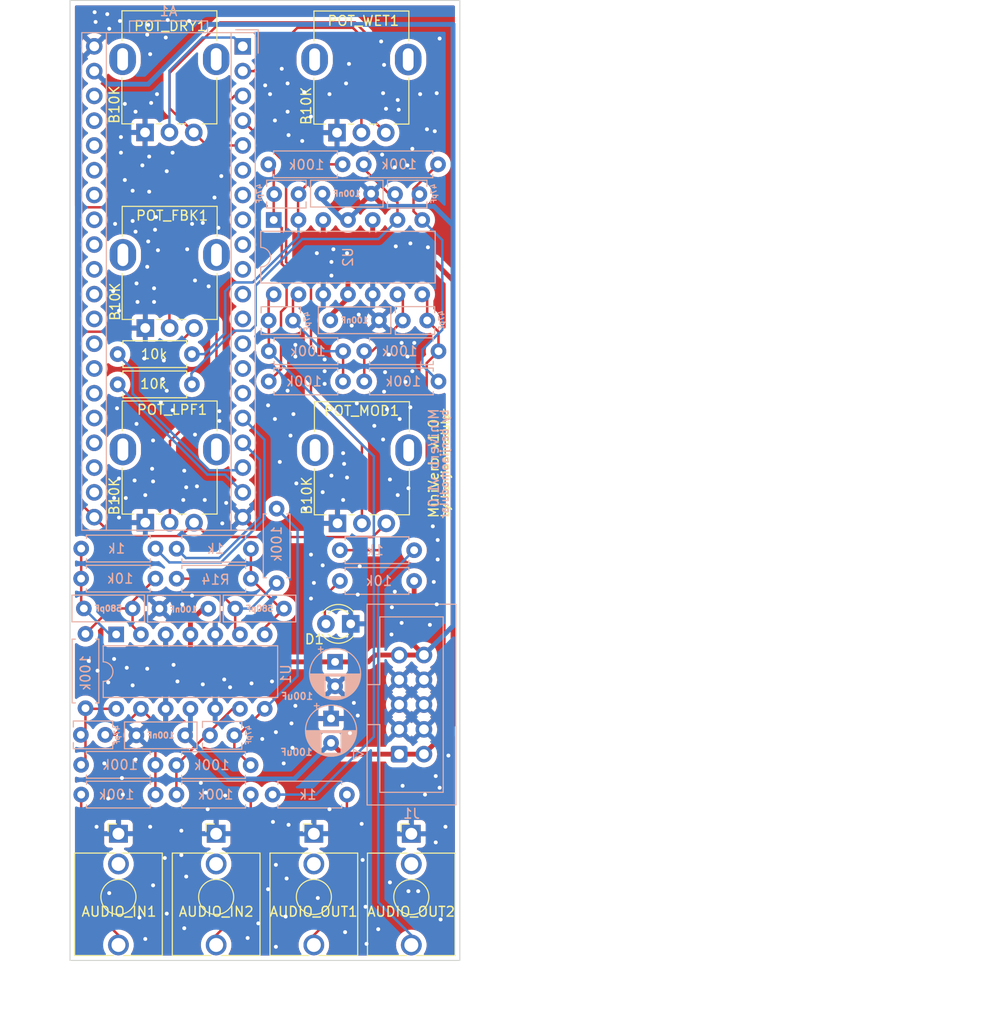
<source format=kicad_pcb>
(kicad_pcb (version 20211014) (generator pcbnew)
  (layers (0 "F.Cu" signal) (31 "B.Cu" signal) (34 "B.Paste" user) (35 "F.Paste" user) (36 "B.SilkS" user "B.Silkscreen") (37 "F.SilkS" user "F.Silkscreen") (38 "B.Mask" user) (39 "F.Mask" user) (44 "Edge.Cuts" user))
  (net 0 "")
  (net 1 "GND")
  (net 3 "Net-(AUDIO_IN1-PadT)")
  (net 5 "Net-(AUDIO_IN2-PadT)")
  (net 7 "Net-(AUDIO_OUT1-PadT)")
  (net 9 "Net-(AUDIO_OUT2-PadT)")
  (net 10 "Net-(C1-Pad2)")
  (net 11 "Net-(C1-Pad1)")
  (net 12 "Net-(C2-Pad2)")
  (net 13 "Net-(C2-Pad1)")
  (net 14 "Net-(C3-Pad1)")
  (net 15 "Net-(C4-Pad2)")
  (net 16 "Net-(C4-Pad1)")
  (net 17 "Net-(C5-Pad2)")
  (net 18 "Net-(C5-Pad1)")
  (net 19 "Net-(C6-Pad1)")
  (net 20 "Net-(C7-Pad2)")
  (net 21 "Net-(C7-Pad1)")
  (net 22 "Net-(C8-Pad1)")
  (net 23 "+12V")
  (net 24 "-12V")
  (net 25 "INT_AUDIO_OUT1")
  (net 26 "INT_AUDIO_IN1")
  (net 27 "INT_AUDIO_IN2")
  (net 28 "INT_AUDIO_OUT2")
  (net 29 "Net-(D1-Pad2)")
  (net 30 "3V3_A")
  (net 31 "DRY")
  (net 32 "FEEDBACK")
  (net 33 "LPF")
  (net 34 "MOD")
  (net 35 "WET")
  (net 36 "3V3_D")
  (net 63 "Net-(C3-Pad2)")
  (net 64 "Net-(C6-Pad2)")
  (net 65 "Net-(C8-Pad2)")
  (footprint "benjiaomodular:AudioJack_3.5mm" (layer "F.Cu") (at 99.995 135.414)
    (fp_text reference "AUDIO_OUT1")
    (fp_text value "MONO_JACK" hide)
  )
  (footprint "benjiaomodular:Potentiometer_RV09" (layer "F.Cu") (at 82.7 83.575 90)
    (fp_text reference "POT_FBK1")
    (fp_text value "B10K")
  )
  (footprint "benjiaomodular:Potentiometer_RV09" (layer "F.Cu") (at 82.675 63.525 90)
    (fp_text reference "POT_DRY1")
    (fp_text value "B10K")
  )
  (footprint "benjiaomodular:Resistor_L6.3mm_D2.5mm_P7.62mm_Horizontal" (layer "F.Cu") (at 87.485 86.25 180)
    (fp_text reference "R1")
    (fp_text value "10k")
  )
  (footprint "benjiaomodular:AudioJack_3.5mm" (layer "F.Cu") (at 89.971 135.414)
    (fp_text reference "AUDIO_IN2")
    (fp_text value "MONO_JACK" hide)
  )
  (footprint "benjiaomodular:AudioJack_3.5mm" (layer "F.Cu") (at 79.945 135.414)
    (fp_text reference "AUDIO_IN1")
    (fp_text value "MONO_JACK" hide)
  )
  (footprint "benjiaomodular:Potentiometer_RV09" (layer "F.Cu") (at 102.375 63.55 90)
    (fp_text reference "POT_WET1")
    (fp_text value "B10K")
  )
  (footprint "benjiaomodular:Potentiometer_RV09" (layer "F.Cu") (at 82.7 103.525 90)
    (fp_text reference "POT_LPF1")
    (fp_text value "B10K")
  )
  (footprint "benjiaomodular:AudioJack_3.5mm" (layer "F.Cu") (at 109.995 135.42)
    (fp_text reference "AUDIO_OUT2")
    (fp_text value "MONO_JACK" hide)
  )
  (footprint "benjiaomodular:Potentiometer_RV09" (layer "F.Cu") (at 102.425 103.596088 90)
    (fp_text reference "POT_MOD1")
    (fp_text value "B10K")
  )
  (footprint "benjiaomodular:Resistor_L6.3mm_D2.5mm_P7.62mm_Horizontal" (layer "F.Cu") (at 87.485 89.35 180)
    (fp_text reference "R16")
    (fp_text value "10k")
  )
  (footprint "LED_THT:LED_D3.0mm" (layer "F.Cu") (at 103.775 113.9 180)
    (fp_text reference "D1")
    (fp_text value "3mm_LED")
  )
  (footprint "benjiaomodular:Resistor_L6.3mm_D2.5mm_P7.62mm_Horizontal" (layer "B.Cu") (at 95.325 66.795)
    (fp_text reference "R3")
    (fp_text value "100k")
  )
  (footprint "benjiaomodular:Capacitor_Rect_L7.2mm_W2.5mm_P5.00mm" (layer "B.Cu") (at 76.395 112.32)
    (fp_text reference "C3")
    (fp_text value "580pF")
  )
  (footprint "benjiaomodular:Resistor_L6.3mm_D2.5mm_P7.62mm_Horizontal" (layer "B.Cu") (at 93.535 109.27 180)
    (fp_text reference "R14")
    (fp_text value "10k")
  )
  (footprint "Package_DIP:DIP-14_W7.62mm" (layer "B.Cu") (at 79.711088 114.984903 -90)
    (fp_text reference "U1")
    (fp_text value "TL074")
  )
  (footprint "benjiaomodular:Capacitor_Rect_L7.2mm_W2.5mm_P5.00mm" (layer "B.Cu") (at 106.675 82.78 180)
    (fp_text reference "C14")
    (fp_text value "100nF")
  )
  (footprint "benjiaomodular:Resistor_L6.3mm_D2.5mm_P7.62mm_Horizontal" (layer "B.Cu") (at 102.985 89.05 180)
    (fp_text reference "R6")
    (fp_text value "100k")
  )
  (footprint "benjiaomodular:Capacitor_Disc_D3.8mm_W2.6mm_P2.50mm" (layer "B.Cu") (at 91.836088 125.324903 180)
    (fp_text reference "C5")
    (fp_text value "47pF")
  )
  (footprint "benjiaomodular:Resistor_L6.3mm_D2.5mm_P7.62mm_Horizontal" (layer "B.Cu") (at 76.561088 114.924903 -90)
    (fp_text reference "R5")
    (fp_text value "100k")
  )
  (footprint "benjiaomodular:Resistor_L6.3mm_D2.5mm_P7.62mm_Horizontal" (layer "B.Cu") (at 93.511088 128.374903 180)
    (fp_text reference "R12")
    (fp_text value "100k")
  )
  (footprint "benjiaomodular:Resistor_L6.3mm_D2.5mm_P7.62mm_Horizontal" (layer "B.Cu") (at 95.375 85.95)
    (fp_text reference "R8")
    (fp_text value "100k")
  )
  (footprint "benjiaomodular:Capacitor_Disc_D3.8mm_W2.6mm_P2.50mm" (layer "B.Cu") (at 111.625 82.8 180)
    (fp_text reference "C8")
    (fp_text value "47pF")
  )
  (footprint "benjiaomodular:Resistor_L6.3mm_D2.5mm_P7.62mm_Horizontal" (layer "B.Cu") (at 83.745 106.18 180)
    (fp_text reference "R10")
    (fp_text value "1k")
  )
  (footprint "benjiaomodular:Capacitor_Disc_D3.8mm_W2.6mm_P2.50mm" (layer "B.Cu") (at 76.086088 125.274903)
    (fp_text reference "C2")
    (fp_text value "47pF")
  )
  (footprint "benjiaomodular:Resistor_L6.3mm_D2.5mm_P7.62mm_Horizontal" (layer "B.Cu") (at 96.175 109.71 90)
    (fp_text reference "R13")
    (fp_text value "100k")
  )
  (footprint "benjiaomodular:Resistor_L6.3mm_D2.5mm_P7.62mm_Horizontal" (layer "B.Cu") (at 85.915 106.2)
    (fp_text reference "R15")
    (fp_text value "1k")
  )
  (footprint "benjiaomodular:Resistor_L6.3mm_D2.5mm_P7.62mm_Horizontal" (layer "B.Cu") (at 76.116088 128.349903)
    (fp_text reference "R4")
    (fp_text value "100k")
  )
  (footprint "benjiaomodular:Resistor_L6.3mm_D2.5mm_P7.62mm_Horizontal" (layer "B.Cu") (at 76.115 109.26)
    (fp_text reference "R7")
    (fp_text value "10k")
  )
  (footprint "benjiaomodular:Resistor_L6.3mm_D2.5mm_P7.62mm_Horizontal" (layer "B.Cu") (at 103.385 131.4 180)
    (fp_text reference "R9")
    (fp_text value "1k")
  )
  (footprint "benjiaomodular:Capacitor_Radial_D5.0mm_P2.5mm" (layer "B.Cu") (at 102.175 117.794888 -90)
    (fp_text reference "C9")
    (fp_text value "100uF")
  )
  (footprint "benjiaomodular:Resistor_L6.3mm_D2.5mm_P7.62mm_Horizontal" (layer "B.Cu") (at 102.665 109.5)
    (fp_text reference "R21")
    (fp_text value "10k")
  )
  (footprint "benjiaomodular:Resistor_L6.3mm_D2.5mm_P7.62mm_Horizontal" (layer "B.Cu") (at 112.785 85.95 180)
    (fp_text reference "R19")
    (fp_text value "100k")
  )
  (footprint "benjiaomodular:Capacitor_Rect_L7.2mm_W2.5mm_P5.00mm" (layer "B.Cu") (at 96.925 112.33 180)
    (fp_text reference "C6")
    (fp_text value "580pF")
  )
  (footprint "benjiaomodular:Resistor_L6.3mm_D2.5mm_P7.62mm_Horizontal" (layer "B.Cu") (at 112.735 66.795 180)
    (fp_text reference "R17")
    (fp_text value "100k")
  )
  (footprint "benjiaomodular:Resistor_L6.3mm_D2.5mm_P7.62mm_Horizontal" (layer "B.Cu") (at 85.901088 131.399903)
    (fp_text reference "R11")
    (fp_text value "100k")
  )
  (footprint "benjiaomodular:Resistor_L6.3mm_D2.5mm_P7.62mm_Horizontal" (layer "B.Cu") (at 110.285 106.35 180)
    (fp_text reference "R20")
    (fp_text value "1k")
  )
  (footprint "benjiaomodular:Capacitor_Radial_D5.0mm_P2.5mm" (layer "B.Cu") (at 101.759 123.6 -90)
    (fp_text reference "C10")
    (fp_text value "100uF")
  )
  (footprint "benjiaomodular:Capacitor_Rect_L7.2mm_W2.5mm_P5.00mm" (layer "B.Cu") (at 100.875 69.8)
    (fp_text reference "C13")
    (fp_text value "100nF")
  )
  (footprint "Package_DIP:DIP-14_W7.62mm" (layer "B.Cu") (at 95.875 72.5 -90)
    (fp_text reference "U2")
    (fp_text value "TL074")
  )
  (footprint "Connector_IDC:IDC-Header_2x05_P2.54mm_Vertical" (layer "B.Cu") (at 108.7475 127.255)
    (fp_text reference "J1")
    (fp_text value "IDC_2x05")
  )
  (footprint "benjiaomodular:Capacitor_Rect_L7.2mm_W2.5mm_P5.00mm" (layer "B.Cu") (at 89.155 112.34 180)
    (fp_text reference "C11")
    (fp_text value "100nF")
  )
  (footprint "benjiaomodular:Capacitor_Disc_D3.8mm_W2.6mm_P2.50mm" (layer "B.Cu") (at 95.355 82.81)
    (fp_text reference "C4")
    (fp_text value "47pF")
  )
  (footprint "benjiaomodular:Capacitor_Rect_L7.2mm_W2.5mm_P5.00mm" (layer "B.Cu") (at 81.786088 125.324903)
    (fp_text reference "C12")
    (fp_text value "100nF")
  )
  (footprint "benjiaomodular:Capacitor_Disc_D3.8mm_W2.6mm_P2.50mm" (layer "B.Cu") (at 110.825 69.85 180)
    (fp_text reference "C7")
    (fp_text value "47pF")
  )
  (footprint "daisy-seed:Device_Audio_Electrosmith_Daisy_Seed" (layer "B.Cu") (at 92.7025 54.7 180)
    (fp_text reference "A1")
    (fp_text value "Device_Audio_Electrosmith_Daisy_Seed_Rev4")
  )
  (footprint "benjiaomodular:Resistor_L6.3mm_D2.5mm_P7.62mm_Horizontal" (layer "B.Cu") (at 105.165 89.05)
    (fp_text reference "R18")
    (fp_text value "100k")
  )
  (footprint "benjiaomodular:Resistor_L6.3mm_D2.5mm_P7.62mm_Horizontal" (layer "B.Cu") (at 83.746088 131.399903 180)
    (fp_text reference "R2")
    (fp_text value "100k")
  )
  (footprint "benjiaomodular:Capacitor_Disc_D3.8mm_W2.6mm_P2.50mm" (layer "B.Cu") (at 95.925 69.85)
    (fp_text reference "C1")
    (fp_text value "47pF")
  )
  (gr_line (start 74.975 148.4) (end 114.975 148.4) (layer "Edge.Cuts") (width 0.1))
  (gr_line (start 74.975 50) (end 74.975 148.4) (layer "Edge.Cuts") (width 0.1))
  (gr_line (start 114.975 148.4) (end 114.975 50) (layer "Edge.Cuts") (width 0.1))
  (gr_line (start 114.975 50) (end 74.975 50) (layer "Edge.Cuts") (width 0.1))
  (gr_text "MiniVerb v1.0" (at 112.3 96.9 90) (layer "B.SilkS") (effects (font (size 1 1)) (justify mirror)))
  (gr_text "by benjiaomodular" (at 113.4 97.5 -270) (layer "B.SilkS") (effects (font (size 0.8 0.8)) (justify mirror)))
  (gr_text "MiniVerb v1.0" (at 112.29 97.97 90) (layer "F.SilkS") (effects (font (size 1 1))))
  (gr_text "by benjiaomodular" (at 113.49 97.41 90) (layer "F.SilkS") (effects (font (size 0.8 0.8))))
  (via (at 78.8 51.4) (size 0.8) (drill 0.4) (layers "F.Cu" "B.Cu") (net 1))
  (via (at 83.1 69.6) (size 0.8) (drill 0.4) (layers "F.Cu" "B.Cu") (net 1))
  (via (at 95.7 119.8) (size 0.8) (drill 0.4) (layers "F.Cu" "B.Cu") (net 1))
  (via (at 112.6 59.5) (size 0.8) (drill 0.4) (layers "F.Cu" "B.Cu") (net 1))
  (via (at 108.7 61.2) (size 0.8) (drill 0.4) (layers "F.Cu" "B.Cu") (net 1))
  (via (at 104.7 108) (size 0.8) (drill 0.4) (layers "F.Cu" "B.Cu") (net 1))
  (via (at 87.2 52.1) (size 0.8) (drill 0.4) (layers "F.Cu" "B.Cu") (net 1))
  (via (at 109.9 91.7) (size 0.8) (drill 0.4) (layers "F.Cu" "B.Cu") (net 1))
  (via (at 89.1 132.9) (size 0.8) (drill 0.4) (layers "F.Cu" "B.Cu") (net 1))
  (via (at 83.2 55.5) (size 0.8) (drill 0.4) (layers "F.Cu" "B.Cu") (net 1))
  (via (at 84.5 88.8) (size 0.8) (drill 0.4) (layers "F.Cu" "B.Cu") (net 1))
  (via (at 113.5 134.7) (size 0.8) (drill 0.4) (layers "F.Cu" "B.Cu") (net 1))
  (via (at 86.7 145.1) (size 0.8) (drill 0.4) (layers "F.Cu" "B.Cu") (net 1))
  (via (at 86.9 139.8) (size 0.8) (drill 0.4) (layers "F.Cu" "B.Cu") (net 1))
  (via (at 86.4 137.6) (size 0.8) (drill 0.4) (layers "F.Cu" "B.Cu") (net 1))
  (via (at 81.7 61.4) (size 0.8) (drill 0.4) (layers "F.Cu" "B.Cu") (net 1))
  (via (at 82.9 118.5) (size 0.8) (drill 0.4) (layers "F.Cu" "B.Cu") (net 1))
  (via (at 109.4 89.1) (size 0.8) (drill 0.4) (layers "F.Cu" "B.Cu") (net 1))
  (via (at 82.9 53.5) (size 0.8) (drill 0.4) (layers "F.Cu" "B.Cu") (net 1))
  (via (at 104.9 134.4) (size 0.8) (drill 0.4) (layers "F.Cu" "B.Cu") (net 1))
  (via (at 97.3 90) (size 0.8) (drill 0.4) (layers "F.Cu" "B.Cu") (net 1))
  (via (at 96.5 97.3) (size 0.8) (drill 0.4) (layers "F.Cu" "B.Cu") (net 1))
  (via (at 111.6 63.2) (size 0.8) (drill 0.4) (layers "F.Cu" "B.Cu") (net 1))
  (via (at 112.6 111.9) (size 0.8) (drill 0.4) (layers "F.Cu" "B.Cu") (net 1))
  (via (at 99.7 106.8) (size 0.8) (drill 0.4) (layers "F.Cu" "B.Cu") (net 1))
  (via (at 108.6 100.7) (size 0.8) (drill 0.4) (layers "F.Cu" "B.Cu") (net 1))
  (via (at 97.4 134.5) (size 0.8) (drill 0.4) (layers "F.Cu" "B.Cu") (net 1))
  (via (at 108.3 67.1) (size 0.8) (drill 0.4) (layers "F.Cu" "B.Cu") (net 1))
  (via (at 83.5 140.7) (size 0.8) (drill 0.4) (layers "F.Cu" "B.Cu") (net 1))
  (via (at 93.6 120) (size 0.8) (drill 0.4) (layers "F.Cu" "B.Cu") (net 1))
  (via (at 97.3 61.4) (size 0.8) (drill 0.4) (layers "F.Cu" "B.Cu") (net 1))
  (via (at 107.4 61.1) (size 0.8) (drill 0.4) (layers "F.Cu" "B.Cu") (net 1))
  (via (at 110.9 59.6) (size 0.8) (drill 0.4) (layers "F.Cu" "B.Cu") (net 1))
  (via (at 86.5 111.9) (size 0.8) (drill 0.4) (layers "F.Cu" "B.Cu") (net 1))
  (via (at 89.2 79.3) (size 0.8) (drill 0.4) (layers "F.Cu" "B.Cu") (net 1))
  (via (at 86.9 99.9) (size 0.8) (drill 0.4) (layers "F.Cu" "B.Cu") (net 1))
  (via (at 81.8 79) (size 0.8) (drill 0.4) (layers "F.Cu" "B.Cu") (net 1))
  (via (at 77.7 134.7) (size 0.8) (drill 0.4) (layers "F.Cu" "B.Cu") (net 1))
  (via (at 83.9 59.6) (size 0.8) (drill 0.4) (layers "F.Cu" "B.Cu") (net 1))
  (via (at 87 75.5) (size 0.8) (drill 0.4) (layers "F.Cu" "B.Cu") (net 1))
  (via (at 79.8 91.8) (size 0.8) (drill 0.4) (layers "F.Cu" "B.Cu") (net 1))
  (via (at 110.7 141.3) (size 0.8) (drill 0.4) (layers "F.Cu" "B.Cu") (net 1))
  (via (at 95.5 59.6) (size 0.8) (drill 0.4) (layers "F.Cu" "B.Cu") (net 1))
  (via (at 80.2 64) (size 0.8) (drill 0.4) (layers "F.Cu" "B.Cu") (net 1))
  (via (at 100.3 75.9) (size 0.8) (drill 0.4) (layers "F.Cu" "B.Cu") (net 1))
  (via (at 101.1 88) (size 0.8) (drill 0.4) (layers "F.Cu" "B.Cu") (net 1))
  (via (at 96.9 128.2) (size 0.8) (drill 0.4) (layers "F.Cu" "B.Cu") (net 1))
  (via (at 109 85.1) (size 0.8) (drill 0.4) (layers "F.Cu" "B.Cu") (net 1))
  (via (at 109.6 86.5) (size 0.8) (drill 0.4) (layers "F.Cu" "B.Cu") (net 1))
  (via (at 84 75.6) (size 0.8) (drill 0.4) (layers "F.Cu" "B.Cu") (net 1))
  (via (at 83.5 99.3) (size 0.8) (drill 0.4) (layers "F.Cu" "B.Cu") (net 1))
  (via (at 79 141.5) (size 0.8) (drill 0.4) (layers "F.Cu" "B.Cu") (net 1))
  (via (at 86.6 101.2) (size 0.8) (drill 0.4) (layers "F.Cu" "B.Cu") (net 1))
  (via (at 82.1 144) (size 0.8) (drill 0.4) (layers "F.Cu" "B.Cu") (net 1))
  (via (at 111.9 114) (size 0.8) (drill 0.4) (layers "F.Cu" "B.Cu") (net 1))
  (via (at 94.3 144.6) (size 0.8) (drill 0.4) (layers "F.Cu" "B.Cu") (net 1))
  (via (at 88.9 131.2) (size 0.8) (drill 0.4) (layers "F.Cu" "B.Cu") (net 1))
  (via (at 106.2 93.6) (size 0.8) (drill 0.4) (layers "F.Cu" "B.Cu") (net 1))
  (via (at 82.4 66.9) (size 0.8) (drill 0.4) (layers "F.Cu" "B.Cu") (net 1))
  (via (at 80 103) (size 0.8) (drill 0.4) (layers "F.Cu" "B.Cu") (net 1))
  (via (at 89.8 70.2) (size 0.8) (drill 0.4) (layers "F.Cu" "B.Cu") (net 1))
  (via (at 97.6 94.6) (size 0.8) (drill 0.4) (layers "F.Cu" "B.Cu") (net 1))
  (via (at 86.7 98.2) (size 0.8) (drill 0.4) (layers "F.Cu" "B.Cu") (net 1))
  (via (at 85.5 92) (size 0.8) (drill 0.4) (layers "F.Cu" "B.Cu") (net 1))
  (via (at 98.1 86.5) (size 0.8) (drill 0.4) (layers "F.Cu" "B.Cu") (net 1))
  (via (at 90.8 119.6) (size 0.8) (drill 0.4) (layers "F.Cu" "B.Cu") (net 1))
  (via (at 112.5 136.3) (size 0.8) (drill 0.4) (layers "F.Cu" "B.Cu") (net 1))
  (via (at 91 101.5) (size 0.8) (drill 0.4) (layers "F.Cu" "B.Cu") (net 1))
  (via (at 111.7 75.3) (size 0.8) (drill 0.4) (layers "F.Cu" "B.Cu") (net 1))
  (via (at 110.1 65.2) (size 0.8) (drill 0.4) (layers "F.Cu" "B.Cu") (net 1))
  (via (at 112.7 107.3) (size 0.8) (drill 0.4) (layers "F.Cu" "B.Cu") (net 1))
  (via (at 101.8 78.2) (size 0.8) (drill 0.4) (layers "F.Cu" "B.Cu") (net 1))
  (via (at 84.9 143.6) (size 0.8) (drill 0.4) (layers "F.Cu" "B.Cu") (net 1))
  (via (at 101.6 132.9) (size 0.8) (drill 0.4) (layers "F.Cu" "B.Cu") (net 1))
  (via (at 107.7 86.3) (size 0.8) (drill 0.4) (layers "F.Cu" "B.Cu") (net 1))
  (via (at 112.3 109.6) (size 0.8) (drill 0.4) (layers "F.Cu" "B.Cu") (net 1))
  (via (at 106.9 54.2) (size 0.8) (drill 0.4) (layers "F.Cu" "B.Cu") (net 1))
  (via (at 105 138.1) (size 0.8) (drill 0.4) (layers "F.Cu" "B.Cu") (net 1))
  (via (at 95 58.7) (size 0.8) (drill 0.4) (layers "F.Cu" "B.Cu") (net 1))
  (via (at 90.5 68) (size 0.8) (drill 0.4) (layers "F.Cu" "B.Cu") (net 1))
  (via (at 95.8 134.2) (size 0.8) (drill 0.4) (layers "F.Cu" "B.Cu") (net 1))
  (via (at 80 81.8) (size 0.8) (drill 0.4) (layers "F.Cu" "B.Cu") (net 1))
  (via (at 80 99) (size 0.8) (drill 0.4) (layers "F.Cu" "B.Cu") (net 1))
  (via (at 81.7 127.8) (size 0.8) (drill 0.4) (layers "F.Cu" "B.Cu") (net 1))
  (via (at 81.4 72.6) (size 0.8) (drill 0.4) (layers "F.Cu" "B.Cu") (net 1))
  (via (at 81.7 73.7) (size 0.8) (drill 0.4) (layers "F.Cu" "B.Cu") (net 1))
  (via (at 80.7 101) (size 0.8) (drill 0.4) (layers "F.Cu" "B.Cu") (net 1))
  (via (at 99 59.4) (size 0.8) (drill 0.4) (layers "F.Cu" "B.Cu") (net 1))
  (via (at 97.4 63.8) (size 0.8) (drill 0.4) (layers "F.Cu" "B.Cu") (net 1))
  (via (at 112.5 129.5) (size 0.8) (drill 0.4) (layers "F.Cu" "B.Cu") (net 1))
  (via (at 107.2 56.6) (size 0.8) (drill 0.4) (layers "F.Cu" "B.Cu") (net 1))
  (via (at 97.2 140) (size 0.8) (drill 0.4) (layers "F.Cu" "B.Cu") (net 1))
  (via (at 113 144.2) (size 0.8) (drill 0.4) (layers "F.Cu" "B.Cu") (net 1))
  (via (at 108.6 60.2) (size 0.8) (drill 0.4) (layers "F.Cu" "B.Cu") (net 1))
  (via (at 85 52) (size 0.8) (drill 0.4) (layers "F.Cu" "B.Cu") (net 1))
  (via (at 82.6 86.7) (size 0.8) (drill 0.4) (layers "F.Cu" "B.Cu") (net 1))
  (via (at 86.4 135.1) (size 0.8) (drill 0.4) (layers "F.Cu" "B.Cu") (net 1))
  (via (at 107.3 88.1) (size 0.8) (drill 0.4) (layers "F.Cu" "B.Cu") (net 1))
  (via (at 78.5 128.2) (size 0.8) (drill 0.4) (layers "F.Cu" "B.Cu") (net 1))
  (via (at 83.8 72.2) (size 0.8) (drill 0.4) (layers "F.Cu" "B.Cu") (net 1))
  (via (at 80.1 52.1) (size 0.8) (drill 0.4) (layers "F.Cu" "B.Cu") (net 1))
  (via (at 105.4 146.7) (size 0.8) (drill 0.4) (layers "F.Cu" "B.Cu") (net 1))
  (via (at 88 99.8) (size 0.8) (drill 0.4) (layers "F.Cu" "B.Cu") (net 1))
  (via (at 107.1 59.5) (size 0.8) (drill 0.4) (layers "F.Cu" "B.Cu") (net 1))
  (via (at 80.6 68.4) (size 0.8) (drill 0.4) (layers "F.Cu" "B.Cu") (net 1))
  (via (at 105.3 142.9) (size 0.8) (drill 0.4) (layers "F.Cu" "B.Cu") (net 1))
  (via (at 103.4 75.9) (size 0.8) (drill 0.4) (layers "F.Cu" "B.Cu") (net 1))
  (via (at 80.4 131.4) (size 0.8) (drill 0.4) (layers "F.Cu" "B.Cu") (net 1))
  (via (at 77.8 118.7) (size 0.8) (drill 0.4) (layers "F.Cu" "B.Cu") (net 1))
  (via (at 83 74.7) (size 0.8) (drill 0.4) (layers "F.Cu" "B.Cu") (net 1))
  (via (at 85.5 65.6) (size 0.8) (drill 0.4) (layers "F.Cu" "B.Cu") (net 1))
  (via (at 107.960068 114.986771) (size 0.8) (drill 0.4) (layers "F.Cu" "B.Cu") (net 1))
  (via (at 101.1 86.8) (size 0.8) (drill 0.4) (layers "F.Cu" "B.Cu") (net 1))
  (via (at 112.4 63.4) (size 0.8) (drill 0.4) (layers "F.Cu" "B.Cu") (net 1))
  (via (at 96.1 125) (size 0.8) (drill 0.4) (layers "F.Cu" "B.Cu") (net 1))
  (via (at 103 101.2) (size 0.8) (drill 0.4) (layers "F.Cu" "B.Cu") (net 1))
  (via (at 87.5 72.9) (size 0.8) (drill 0.4) (layers "F.Cu" "B.Cu") (net 1))
  (via (at 88.4 130.2) (size 0.8) (drill 0.4) (layers "F.Cu" "B.Cu") (net 1))
  (via (at 104.5 110.9) (size 0.8) (drill 0.4) (layers "F.Cu" "B.Cu") (net 1))
  (via (at 109.6 66.9) (size 0.8) (drill 0.4) (layers "F.Cu" "B.Cu") (net 1))
  (via (at 88.6 72.8) (size 0.8) (drill 0.4) (layers "F.Cu" "B.Cu") (net 1))
  (via (at 107.2 90.1) (size 0.8) (drill 0.4) (layers "F.Cu" "B.Cu") (net 1))
  (via (at 99.7 61.9) (size 0.8) (drill 0.4) (layers "F.Cu" "B.Cu") (net 1))
  (via (at 79.4 79.8) (size 0.8) (drill 0.4) (layers "F.Cu" "B.Cu") (net 1))
  (via (at 96 92.9) (size 0.8) (drill 0.4) (layers "F.Cu" "B.Cu") (net 1))
  (via (at 96.1 147) (size 0.8) (drill 0.4) (layers "F.Cu" "B.Cu") (net 1))
  (via (at 98.8 64.4) (size 0.8) (drill 0.4) (layers "F.Cu" "B.Cu") (net 1))
  (via (at 80.3 129.7) (size 0.8) (drill 0.4) (layers "F.Cu" "B.Cu") (net 1))
  (via (at 77.5 51.2) (size 0.8) (drill 0.4) (layers "F.Cu" "B.Cu") (net 1))
  (via (at 77.6 52.2) (size 0.8) (drill 0.4) (layers "F.Cu" "B.Cu") (net 1))
  (via (at 95.3 91.5) (size 0.8) (drill 0.4) (layers "F.Cu" "B.Cu") (net 1))
  (via (at 78.9 131.8) (size 0.8) (drill 0.4) (layers "F.Cu" "B.Cu") (net 1))
  (via (at 86 119.8) (size 0.8) (drill 0.4) (layers "F.Cu" "B.Cu") (net 1))
  (via (at 107.8 99.1) (size 0.8) (drill 0.4) (layers "F.Cu" "B.Cu") (net 1))
  (via (at 100.9 100.4) (size 0.8) (drill 0.4) (layers "F.Cu" "B.Cu") (net 1))
  (via (at 79.5 117.5) (size 0.8) (drill 0.4) (layers "F.Cu" "B.Cu") (net 1))
  (via (at 97.1 143.9) (size 0.8) (drill 0.4) (layers "F.Cu" "B.Cu") (net 1))
  (via (at 96.7 57) (size 0.8) (drill 0.4) (layers "F.Cu" "B.Cu") (net 1))
  (via (at 97.8 126.6) (size 0.8) (drill 0.4) (layers "F.Cu" "B.Cu") (net 1))
  (via (at 82.9 77.3) (size 0.8) (drill 0.4) (layers "F.Cu" "B.Cu") (net 1))
  (via (at 109.1 130.5) (size 0.8) (drill 0.4) (layers "F.Cu" "B.Cu") (net 1))
  (via (at 88.8 101.2) (size 0.8) (drill 0.4) (layers "F.Cu" "B.Cu") (net 1))
  (via (at 81.4 120.2) (size 0.8) (drill 0.4) (layers "F.Cu" "B.Cu") (net 1))
  (via (at 84.7 137.9) (size 0.8) (drill 0.4) (layers "F.Cu" "B.Cu") (net 1))
  (via (at 81.4 69.5) (size 0.8) (drill 0.4) (layers "F.Cu" "B.Cu") (net 1))
  (via (at 101.1 89.3) (size 0.8) (drill 0.4) (layers "F.Cu" "B.Cu") (net 1))
  (via (at 108.8 92.9) (size 0.8) (drill 0.4) (layers "F.Cu" "B.Cu") (net 1))
  (via (at 84.6 86.9) (size 0.8) (drill 0.4) (layers "F.Cu" "B.Cu") (net 1))
  (via (at 90.6 103.6) (size 0.8) (drill 0.4) (layers "F.Cu" "B.Cu") (net 1))
  (via (at 100.9 107.9) (size 0.8) (drill 0.4) (layers "F.Cu" "B.Cu") (net 1))
  (via (at 76.9 117.7) (size 0.8) (drill 0.4) (layers "F.Cu" "B.Cu") (net 1))
  (via (at 101.8 76.8) (size 0.8) (drill 0.4) (layers "F.Cu" "B.Cu") (net 1))
  (via (at 103.7 125.1) (size 0.8) (drill 0.4) (layers "F.Cu" "B.Cu") (net 1))
  (via (at 83.3 60.5) (size 0.8) (drill 0.4) (layers "F.Cu" "B.Cu") (net 1))
  (via (at 108 112.2) (size 0.8) (drill 0.4) (layers "F.Cu" "B.Cu") (net 1))
  (via (at 110.3 85.1) (size 0.8) (drill 0.4) (layers "F.Cu" "B.Cu") (net 1))
  (via (at 97.7 124.1) (size 0.8) (drill 0.4) (layers "F.Cu" "B.Cu") (net 1))
  (via (at 112.2 103.9) (size 0.8) (drill 0.4) (layers "F.Cu" "B.Cu") (net 1))
  (via (at 100 109.7) (size 0.8) (drill 0.4) (layers "F.Cu" "B.Cu") (net 1))
  (via (at 90.2 73.3) (size 0.8) (drill 0.4) (layers "F.Cu" "B.Cu") (net 1))
  (via (at 83.2 134.7) (size 0.8) (drill 0.4) (layers "F.Cu" "B.Cu") (net 1))
  (via (at 108.4 75.2) (size 0.8) (drill 0.4) (layers "F.Cu" "B.Cu") (net 1))
  (via (at 82.7 146.2) (size 0.8) (drill 0.4) (layers "F.Cu" "B.Cu") (net 1))
  (via (at 83.6 80.9) (size 0.8) (drill 0.4) (layers "F.Cu" "B.Cu") (net 1))
  (via (at 81.8 93.4) (size 0.8) (drill 0.4) (layers "F.Cu" "B.Cu") (net 1))
  (via (at 113.8 127.4) (size 0.8) (drill 0.4) (layers "F.Cu" "B.Cu") (net 1))
  (via (at 83 52.5) (size 0.8) (drill 0.4) (layers "F.Cu" "B.Cu") (net 1))
  (via (at 110.1 88) (size 0.8) (drill 0.4) (layers "F.Cu" "B.Cu") (net 1))
  (via (at 107.5 91.9) (size 0.8) (drill 0.4) (layers "F.Cu" "B.Cu") (net 1))
  (via (at 80.6 60.6) (size 0.8) (drill 0.4) (layers "F.Cu" "B.Cu") (net 1))
  (via (at 101.6 59.6) (size 0.8) (drill 0.4) (layers "F.Cu" "B.Cu") (net 1))
  (via (at 90.3 92.1) (size 0.8) (drill 0.4) (layers "F.Cu" "B.Cu") (net 1))
  (via (at 104.6 82.2) (size 0.8) (drill 0.4) (layers "F.Cu" "B.Cu") (net 1))
  (via (at 79.6 72.9) (size 0.8) (drill 0.4) (layers "F.Cu" "B.Cu") (net 1))
  (via (at 90.9 131.5) (size 0.8) (drill 0.4) (layers "F.Cu" "B.Cu") (net 1))
  (via (at 104.1 122) (size 0.8) (drill 0.4) (layers "F.Cu" "B.Cu") (net 1))
  (via (at 94.7 125.7) (size 0.8) (drill 0.4) (layers "F.Cu" "B.Cu") (net 1))
  (via (at 84.8 53.8) (size 0.8) (drill 0.4) (layers "F.Cu" "B.Cu") (net 1))
  (via (at 103.1 97.5) (size 0.8) (drill 0.4) (layers "F.Cu" "B.Cu") (net 1))
  (via (at 97.3 58.5) (size 0.8) (drill 0.4) (layers "F.Cu" "B.Cu") (net 1))
  (via (at 103.878106 83.327556) (size 0.8) (drill 0.4) (layers "F.Cu" "B.Cu") (net 1))
  (via (at 85.6 118.1) (size 0.8) (drill 0.4) (layers "F.Cu" "B.Cu") (net 1))
  (via (at 112.9 130.7) (size 0.8) (drill 0.4) (layers "F.Cu" "B.Cu") (net 1))
  (via (at 103.6 56.5) (size 0.8) (drill 0.4) (layers "F.Cu" "B.Cu") (net 1))
  (via (at 79.5 101) (size 0.8) (drill 0.4) (layers "F.Cu" "B.Cu") (net 1))
  (via (at 104.5 123.3) (size 0.8) (drill 0.4) (layers "F.Cu" "B.Cu") (net 1))
  (via (at 83.7 73.5) (size 0.8) (drill 0.4) (layers "F.Cu" "B.Cu") (net 1))
  (via (at 106.6 145.2) (size 0.8) (drill 0.4) (layers "F.Cu" "B.Cu") (net 1))
  (via (at 81.9 80.9) (size 0.8) (drill 0.4) (layers "F.Cu" "B.Cu") (net 1))
  (via (at 103.2 145.5) (size 0.8) (drill 0.4) (layers "F.Cu" "B.Cu") (net 1))
  (via (at 101.8 98.7) (size 0.8) (drill 0.4) (layers "F.Cu" "B.Cu") (net 1))
  (via (at 84.9 90) (size 0.8) (drill 0.4) (layers "F.Cu" "B.Cu") (net 1))
  (via (at 107 65.8) (size 0.8) (drill 0.4) (layers "F.Cu" "B.Cu") (net 1))
  (via (at 98.2 99.5) (size 0.8) (drill 0.4) (layers "F.Cu" "B.Cu") (net 1))
  (via (at 107.1 95) (size 0.8) (drill 0.4) (layers "F.Cu" "B.Cu") (net 1))
  (via (at 80.2 65.6) (size 0.8) (drill 0.4) (layers "F.Cu" "B.Cu") (net 1))
  (via (at 99.1 102.1) (size 0.8) (drill 0.4) (layers "F.Cu" "B.Cu") (net 1))
  (via (at 103.4 98.9) (size 0.8) (drill 0.4) (layers "F.Cu" "B.Cu") (net 1))
  (via (at 99.7 111.3) (size 0.8) (drill 0.4) (layers "F.Cu" "B.Cu") (net 1))
  (via (at 103 96.4) (size 0.8) (drill 0.4) (layers "F.Cu" "B.Cu") (net 1))
  (via (at 107.8 140.4) (size 0.8) (drill 0.4) (layers "F.Cu" "B.Cu") (net 1))
  (via (at 83.1 66) (size 0.8) (drill 0.4) (layers "F.Cu" "B.Cu") (net 1))
  (via (at 87.8 78.7) (size 0.8) (drill 0.4) (layers "F.Cu" "B.Cu") (net 1))
  (via (at 97.9 92.4) (size 0.8) (drill 0.4) (layers "F.Cu" "B.Cu") (net 1))
  (via (at 112.9 53.9) (size 0.8) (drill 0.4) (layers "F.Cu" "B.Cu") (net 1))
  (via (at 87.5 111) (size 0.8) (drill 0.4) (layers "F.Cu" "B.Cu") (net 1))
  (via (at 80.8 118.4) (size 0.8) (drill 0.4) (layers "F.Cu" "B.Cu") (net 1))
  (via (at 83.4 98) (size 0.8) (drill 0.4) (layers "F.Cu" "B.Cu") (net 1))
  (via (at 104.4 91.3) (size 0.8) (drill 0.4) (layers "F.Cu" "B.Cu") (net 1))
  (via (at 109.7 141.3) (size 0.8) (drill 0.4) (layers "F.Cu" "B.Cu") (net 1))
  (via (at 98.1 122.3) (size 0.8) (drill 0.4) (layers "F.Cu" "B.Cu") (net 1))
  (via (at 93.2 146.1) (size 0.8) (drill 0.4) (layers "F.Cu" "B.Cu") (net 1))
  (via (at 84.3 91.2) (size 0.8) (drill 0.4) (layers "F.Cu" "B.Cu") (net 1))
  (via (at 78.9 119.9) (size 0.8) (drill 0.4) (layers "F.Cu" "B.Cu") (net 1))
  (via (at 83.6 79.5) (size 0.8) (drill 0.4) (layers "F.Cu" "B.Cu") (net 1))
  (via (at 112.7 105.3) (size 0.8) (drill 0.4) (layers "F.Cu" "B.Cu") (net 1))
  (via (at 98.1 85.3) (size 0.8) (drill 0.4) (layers "F.Cu" "B.Cu") (net 1))
  (via (at 100.4 142) (size 0.8) (drill 0.4) (layers "F.Cu" "B.Cu") (net 1))
  (via (at 81.6 99.2) (size 0.8) (drill 0.4) (layers "F.Cu" "B.Cu") (net 1))
  (via (at 96 62.3) (size 0.8) (drill 0.4) (layers "F.Cu" "B.Cu") (net 1))
  (via (at 103.3 58.5) (size 0.8) (drill 0.4) (layers "F.Cu" "B.Cu") (net 1))
  (via (at 84.9 67.5) (size 0.8) (drill 0.4) (layers "F.Cu" "B.Cu") (net 1))
  (via (at 90.3 93.1) (size 0.8) (drill 0.4) (layers "F.Cu" "B.Cu") (net 1))
  (via (at 79 52.9) (size 0.8) (drill 0.4) (layers "F.Cu" "B.Cu") (net 1))
  (via (at 109.9 74.9) (size 0.8) (drill 0.4) (layers "F.Cu" "B.Cu") (net 1))
  (via (at 108.3 110.6) (size 0.8) (drill 0.4) (layers "F.Cu" "B.Cu") (net 1))
  (via (at 109 113.8) (size 0.8) (drill 0.4) (layers "F.Cu" "B.Cu") (net 1))
  (via (at 95.3 141.1) (size 0.8) (drill 0.4) (layers "F.Cu" "B.Cu") (net 1))
  (via (at 111.4 131.4) (size 0.8) (drill 0.4) (layers "F.Cu" "B.Cu") (net 1))
  (via (at 91.4 120.4) (size 0.8) (drill 0.4) (layers "F.Cu" "B.Cu") (net 1))
  (via (at 83.5 95.1) (size 0.8) (drill 0.4) (layers "F.Cu" "B.Cu") (net 1))
  (via (at 88.6 120.1) (size 0.8) (drill 0.4) (layers "F.Cu" "B.Cu") (net 1))
  (via (at 109.7 100) (size 0.8) (drill 0.4) (layers "F.Cu" "B.Cu") (net 1))
  (via (at 82.7 100.7) (size 0.8) (drill 0.4) (layers "F.Cu" "B.Cu") (net 1))
  (via (at 102 75.5) (size 0.8) (drill 0.4) (layers "F.Cu" "B.Cu") (net 1))
  (via (at 96.1 138.6) (size 0.8) (drill 0.4) (layers "F.Cu" "B.Cu") (net 1))
  (via (at 87.8 94.5) (size 0.8) (drill 0.4) (layers "F.Cu" "B.Cu") (net 1))
  (segment (start 76.126088 131.399903) (end 76.126088 141.992176) (width 0.25) (layer "F.Cu") (net 3))
  (segment (start 76.126088 141.992176) (end 79.945 145.811088) (width 0.25) (layer "F.Cu") (net 3))
  (segment (start 93.521088 131.399903) (end 93.521088 142.261) (width 0.25) (layer "F.Cu") (net 5))
  (segment (start 93.521088 142.261) (end 89.971 145.811088) (width 0.25) (layer "F.Cu") (net 5))
  (segment (start 103.385 142.421088) (end 99.995 145.811088) (width 0.25) (layer "F.Cu") (net 7))
  (segment (start 103.385 131.4) (end 103.385 142.421088) (width 0.25) (layer "F.Cu") (net 7))
  (segment (start 106.599501 110.035499) (end 106.599501 142.421589) (width 0.25) (layer "B.Cu") (net 9))
  (segment (start 106.599501 142.421589) (end 109.995 145.817088) (width 0.25) (layer "B.Cu") (net 9))
  (segment (start 110.285 106.35) (end 106.599501 110.035499) (width 0.25) (layer "B.Cu") (net 9))
  (segment (start 98.375 69.8) (end 98.375 72.46) (width 0.25) (layer "F.Cu") (net 10))
  (segment (start 98.375 72.46) (end 98.415 72.5) (width 0.25) (layer "F.Cu") (net 10))
  (segment (start 101.38 66.795) (end 98.375 69.8) (width 0.25) (layer "F.Cu") (net 10))
  (segment (start 102.945 66.795) (end 101.38 66.795) (width 0.25) (layer "F.Cu") (net 10))
  (segment (start 90.9 79.8) (end 90.9 84.1) (width 0.25) (layer "B.Cu") (net 10))
  (segment (start 98.415 74.21) (end 93.725 78.9) (width 0.25) (layer "B.Cu") (net 10))
  (segment (start 98.415 72.5) (end 98.415 74.21) (width 0.25) (layer "B.Cu") (net 10))
  (segment (start 93.725 78.9) (end 91.8 78.9) (width 0.25) (layer "B.Cu") (net 10))
  (segment (start 90.9 84.1) (end 88.75 86.25) (width 0.25) (layer "B.Cu") (net 10))
  (segment (start 88.75 86.25) (end 87.435 86.25) (width 0.25) (layer "B.Cu") (net 10))
  (segment (start 91.8 78.9) (end 90.9 79.8) (width 0.25) (layer "B.Cu") (net 10))
  (segment (start 95.325 66.795) (end 95.875 67.345) (width 0.25) (layer "F.Cu") (net 11))
  (segment (start 96.625 87.79) (end 96.625 81.920284) (width 0.25) (layer "F.Cu") (net 11))
  (segment (start 95.875 67.345) (end 95.875 72.5) (width 0.25) (layer "F.Cu") (net 11))
  (segment (start 95.365 89.05) (end 96.625 87.79) (width 0.25) (layer "F.Cu") (net 11))
  (segment (start 97.2 81.345284) (end 97.2 77.5) (width 0.25) (layer "F.Cu") (net 11))
  (segment (start 96.7 73.325) (end 95.875 72.5) (width 0.25) (layer "F.Cu") (net 11))
  (segment (start 97.2 77.5) (end 96.7 77) (width 0.25) (layer "F.Cu") (net 11))
  (segment (start 96.625 81.920284) (end 97.2 81.345284) (width 0.25) (layer "F.Cu") (net 11))
  (segment (start 96.7 77) (end 96.7 73.325) (width 0.25) (layer "F.Cu") (net 11))
  (segment (start 82.251088 122.604903) (end 83.736088 124.089903) (width 0.25) (layer "F.Cu") (net 12))
  (segment (start 83.736088 128.349903) (end 83.736088 131.389903) (width 0.25) (layer "F.Cu") (net 12))
  (segment (start 79.581088 125.274903) (end 78.586088 125.274903) (width 0.25) (layer "F.Cu") (net 12))
  (segment (start 83.736088 124.089903) (end 83.736088 128.349903) (width 0.25) (layer "F.Cu") (net 12))
  (segment (start 82.251088 122.604903) (end 79.581088 125.274903) (width 0.25) (layer "F.Cu") (net 12))
  (segment (start 83.736088 131.389903) (end 83.746088 131.399903) (width 0.25) (layer "F.Cu") (net 12))
  (segment (start 79.711088 122.604903) (end 76.621088 122.604903) (width 0.25) (layer "F.Cu") (net 13))
  (segment (start 76.561088 122.544903) (end 76.561088 127.904903) (width 0.25) (layer "F.Cu") (net 13))
  (segment (start 76.621088 122.604903) (end 76.561088 122.544903) (width 0.25) (layer "F.Cu") (net 13))
  (segment (start 76.561088 127.904903) (end 76.116088 128.349903) (width 0.25) (layer "F.Cu") (net 13))
  (segment (start 76.125 106.18) (end 76.125 112.05) (width 0.25) (layer "F.Cu") (net 14))
  (segment (start 76.125 112.05) (end 76.395 112.32) (width 0.25) (layer "F.Cu") (net 14))
  (segment (start 76.395 112.32) (end 79.059903 114.984903) (width 0.25) (layer "B.Cu") (net 14))
  (segment (start 79.059903 114.984903) (end 79.711088 114.984903) (width 0.25) (layer "B.Cu") (net 14))
  (segment (start 98.415 80.12) (end 97.855 80.68) (width 0.25) (layer "F.Cu") (net 15))
  (segment (start 102.995 89.04) (end 102.985 89.05) (width 0.25) (layer "F.Cu") (net 15))
  (segment (start 102.995 85.95) (end 102.995 89.04) (width 0.25) (layer "F.Cu") (net 15))
  (segment (start 97.855 80.68) (end 97.855 82.81) (width 0.25) (layer "F.Cu") (net 15))
  (segment (start 97.855 82.81) (end 100.995 85.95) (width 0.25) (layer "B.Cu") (net 15))
  (segment (start 100.995 85.95) (end 102.995 85.95) (width 0.25) (layer "B.Cu") (net 15))
  (segment (start 95.375 85.95) (end 95.375 82.83) (width 0.25) (layer "F.Cu") (net 16))
  (segment (start 95.355 82.81) (end 95.355 80.64) (width 0.25) (layer "F.Cu") (net 16))
  (segment (start 95.355 80.64) (end 95.875 80.12) (width 0.25) (layer "F.Cu") (net 16))
  (segment (start 95.375 82.83) (end 95.355 82.81) (width 0.25) (layer "F.Cu") (net 16))
  (segment (start 106.15 96.725) (end 106.15 125.475) (width 0.25) (layer "B.Cu") (net 16))
  (segment (start 95.375 85.95) (end 106.15 96.725) (width 0.25) (layer "B.Cu") (net 16))
  (segment (start 100.225 131.4) (end 95.765 131.4) (width 0.25) (layer "B.Cu") (net 16))
  (segment (start 100.225 131.4) (end 106.15 125.475) (width 0.25) (layer "B.Cu") (net 16))
  (segment (start 85.891088 128.374903) (end 85.891088 131.389903) (width 0.25) (layer "F.Cu") (net 17))
  (segment (start 85.891088 131.389903) (end 85.901088 131.399903) (width 0.25) (layer "F.Cu") (net 17))
  (segment (start 85.891088 128.374903) (end 91.661088 122.604903) (width 0.25) (layer "F.Cu") (net 17))
  (segment (start 91.661088 122.604903) (end 92.411088 122.604903) (width 0.25) (layer "F.Cu") (net 17))
  (segment (start 91.836088 126.699903) (end 93.511088 128.374903) (width 0.25) (layer "F.Cu") (net 18))
  (segment (start 94.951088 122.604903) (end 92.231088 125.324903) (width 0.25) (layer "F.Cu") (net 18))
  (segment (start 91.836088 125.324903) (end 91.836088 126.699903) (width 0.25) (layer "F.Cu") (net 18))
  (segment (start 92.231088 125.324903) (end 91.836088 125.324903) (width 0.25) (layer "F.Cu") (net 18))
  (segment (start 98.325499 104.240499) (end 98.325499 119.230492) (width 0.25) (layer "B.Cu") (net 18))
  (segment (start 98.325499 119.230492) (end 94.951088 122.604903) (width 0.25) (layer "B.Cu") (net 18))
  (segment (start 96.175 102.09) (end 98.325499 104.240499) (width 0.25) (layer "B.Cu") (net 18))
  (segment (start 96.595 112.33) (end 96.925 112.33) (width 0.25) (layer "F.Cu") (net 19))
  (segment (start 93.535 109.27) (end 96.595 112.33) (width 0.25) (layer "F.Cu") (net 19))
  (segment (start 93.535 106.2) (end 93.535 109.27) (width 0.25) (layer "F.Cu") (net 19))
  (segment (start 96.925 112.33) (end 94.951088 114.303912) (width 0.25) (layer "F.Cu") (net 19))
  (segment (start 94.951088 114.303912) (end 94.951088 114.984903) (width 0.25) (layer "F.Cu") (net 19))
  (segment (start 108.575 72.5) (end 108.575 70.7) (width 0.25) (layer "F.Cu") (net 20))
  (segment (start 107.725 69.85) (end 105.115 67.24) (width 0.25) (layer "F.Cu") (net 20))
  (segment (start 108.575 70.7) (end 107.725 69.85) (width 0.25) (layer "F.Cu") (net 20))
  (segment (start 105.115 67.24) (end 105.115 66.795) (width 0.25) (layer "F.Cu") (net 20))
  (segment (start 106.625 74.45) (end 98.81069 74.45) (width 0.25) (layer "B.Cu") (net 20))
  (segment (start 91.80363 83.85) (end 87.435 88.21863) (width 0.25) (layer "B.Cu") (net 20))
  (segment (start 87.435 88.21863) (end 87.435 89.35) (width 0.25) (layer "B.Cu") (net 20))
  (segment (start 108.575 72.5) (end 106.625 74.45) (width 0.25) (layer "B.Cu") (net 20))
  (segment (start 98.81069 74.45) (end 94.025 79.23569) (width 0.25) (layer "B.Cu") (net 20))
  (segment (start 94.025 79.23569) (end 94.025 83.3) (width 0.25) (layer "B.Cu") (net 20))
  (segment (start 94.025 83.3) (end 93.475 83.85) (width 0.25) (layer "B.Cu") (net 20))
  (segment (start 93.475 83.85) (end 91.80363 83.85) (width 0.25) (layer "B.Cu") (net 20))
  (segment (start 112.735 66.795) (end 110.225 69.305) (width 0.25) (layer "F.Cu") (net 21))
  (segment (start 110.225 69.305) (end 110.225 69.85) (width 0.25) (layer "F.Cu") (net 21))
  (segment (start 110.225 71.61) (end 111.115 72.5) (width 0.25) (layer "F.Cu") (net 21))
  (segment (start 110.225 69.85) (end 110.225 71.61) (width 0.25) (layer "F.Cu") (net 21))
  (segment (start 111.125 85.8) (end 111.125 87.39) (width 0.25) (layer "B.Cu") (net 21))
  (segment (start 111.125 87.39) (end 112.785 89.05) (width 0.25) (layer "B.Cu") (net 21))
  (segment (start 111.115 72.5) (end 113.175 74.56) (width 0.25) (layer "B.Cu") (net 21))
  (segment (start 113.175 83.75) (end 111.125 85.8) (width 0.25) (layer "B.Cu") (net 21))
  (segment (start 113.175 74.56) (end 113.175 83.75) (width 0.25) (layer "B.Cu") (net 21))
  (segment (start 111.625 82.8) (end 112.785 83.96) (width 0.25) (layer "F.Cu") (net 22))
  (segment (start 111.575 102.65) (end 107.875 106.35) (width 0.25) (layer "F.Cu") (net 22))
  (segment (start 111.575 87.16) (end 111.575 102.65) (width 0.25) (layer "F.Cu") (net 22))
  (segment (start 107.875 106.35) (end 102.665 106.35) (width 0.25) (layer "F.Cu") (net 22))
  (segment (start 112.785 83.96) (end 112.785 85.95) (width 0.25) (layer "F.Cu") (net 22))
  (segment (start 111.115 80.12) (end 111.625 80.63) (width 0.25) (layer "F.Cu") (net 22))
  (segment (start 111.625 80.63) (end 111.625 82.8) (width 0.25) (layer "F.Cu") (net 22))
  (segment (start 112.785 85.95) (end 111.575 87.16) (width 0.25) (layer "F.Cu") (net 22))
  (segment (start 110.285 109.5) (end 110.285 116.0925) (width 0.5) (layer "F.Cu") (net 23))
  (segment (start 87.331088 116.756088) (end 88.369888 117.794888) (width 0.5) (layer "F.Cu") (net 23))
  (segment (start 111.2875 117.095) (end 106.28 117.095) (width 0.5) (layer "F.Cu") (net 23))
  (segment (start 106.28 117.095) (end 105.575 117.8) (width 0.5) (layer "F.Cu") (net 23))
  (segment (start 88.635 112.34) (end 87.331088 113.643912) (width 0.5) (layer "F.Cu") (net 23))
  (segment (start 110.285 116.0925) (end 111.2875 117.095) (width 0.5) (layer "F.Cu") (net 23))
  (segment (start 87.331088 114.984903) (end 87.331088 116.756088) (width 0.5) (layer "F.Cu") (net 23))
  (segment (start 87.331088 113.643912) (end 87.331088 114.984903) (width 0.5) (layer "F.Cu") (net 23))
  (segment (start 105.575 117.8) (end 102.180112 117.8) (width 0.5) (layer "F.Cu") (net 23))
  (segment (start 89.155 112.34) (end 88.635 112.34) (width 0.5) (layer "F.Cu") (net 23))
  (segment (start 88.369888 117.794888) (end 102.175 117.794888) (width 0.5) (layer "F.Cu") (net 23))
  (segment (start 114.275 52.45) (end 114.275 114.1075) (width 0.5) (layer "B.Cu") (net 23))
  (segment (start 84.600499 56.974501) (end 84.600499 56.962033) (width 0.5) (layer "B.Cu") (net 23))
  (segment (start 114.275 114.1075) (end 111.2875 117.095) (width 0.5) (layer "B.Cu") (net 23))
  (segment (start 114.275 73) (end 114.225 73) (width 0.5) (layer "B.Cu") (net 23))
  (segment (start 104.895 71.1) (end 103.495 72.5) (width 0.5) (layer "B.Cu") (net 23))
  (segment (start 112.325 71.1) (end 104.895 71.1) (width 0.5) (layer "B.Cu") (net 23))
  (segment (start 84.600499 56.962033) (end 89.112532 52.45) (width 0.5) (layer "B.Cu") (net 23))
  (segment (start 77.4625 57.24) (end 78.7975 58.575) (width 0.5) (layer "B.Cu") (net 23))
  (segment (start 78.7975 58.575) (end 83 58.575) (width 0.5) (layer "B.Cu") (net 23))
  (segment (start 89.112532 52.45) (end 114.275 52.45) (width 0.5) (layer "B.Cu") (net 23))
  (segment (start 114.225 73) (end 112.325 71.1) (width 0.5) (layer "B.Cu") (net 23))
  (segment (start 103.495 72.5) (end 102.975 72.5) (width 0.5) (layer "B.Cu") (net 23))
  (segment (start 83 58.575) (end 84.600499 56.974501) (width 0.5) (layer "B.Cu") (net 23))
  (segment (start 102.975 72.5) (end 100.275 69.8) (width 0.5) (layer "B.Cu") (net 23))
  (segment (start 103.495 80.12) (end 103.495 78.13) (width 0.5) (layer "F.Cu") (net 24))
  (segment (start 111.2875 127.255) (end 102.914 127.255) (width 0.5) (layer "F.Cu") (net 24))
  (segment (start 114.275 78.7) (end 114.275 124.2675) (width 0.5) (layer "F.Cu") (net 24))
  (segment (start 101.675 82.325) (end 101.675 82.78) (width 0.5) (layer "F.Cu") (net 24))
  (segment (start 104.875 76.75) (end 112.325 76.75) (width 0.5) (layer "F.Cu") (net 24))
  (segment (start 103.495 78.13) (end 104.875 76.75) (width 0.5) (layer "F.Cu") (net 24))
  (segment (start 112.325 76.75) (end 114.275 78.7) (width 0.5) (layer "F.Cu") (net 24))
  (segment (start 114.275 124.2675) (end 111.2875 127.255) (width 0.5) (layer "F.Cu") (net 24))
  (segment (start 102.914 127.255) (end 101.759 126.1) (width 0.5) (layer "F.Cu") (net 24))
  (segment (start 103.495 80.505) (end 101.675 82.325) (width 0.5) (layer "F.Cu") (net 24))
  (segment (start 103.495 80.31) (end 103.495 80.505) (width 0.5) (layer "F.Cu") (net 24))
  (segment (start 97.991 129.8) (end 91.261185 129.8) (width 0.5) (layer "B.Cu") (net 24))
  (segment (start 91.261185 129.8) (end 86.786088 125.324903) (width 0.5) (layer "B.Cu") (net 24))
  (segment (start 87.331088 124.779903) (end 86.786088 125.324903) (width 0.5) (layer "B.Cu") (net 24))
  (segment (start 87.331088 122.604903) (end 87.331088 124.779903) (width 0.5) (layer "B.Cu") (net 24))
  (segment (start 101.691 126.1) (end 97.991 129.8) (width 0.5) (layer "B.Cu") (net 24))
  (segment (start 89.261189 98.150499) (end 81.4 90.28931) (width 0.25) (layer "B.Cu") (net 25))
  (segment (start 92.432001 98.150499) (end 89.261189 98.150499) (width 0.25) (layer "B.Cu") (net 25))
  (segment (start 92.7025 97.88) (end 92.432001 98.150499) (width 0.25) (layer "B.Cu") (net 25))
  (segment (start 81.4 90.28931) (end 81.4 87.835) (width 0.25) (layer "B.Cu") (net 25))
  (segment (start 81.4 87.835) (end 79.815 86.25) (width 0.25) (layer "B.Cu") (net 25))
  (segment (start 94.924501 103.150499) (end 90.475 107.6) (width 0.25) (layer "B.Cu") (net 26))
  (segment (start 85.165 107.6) (end 83.745 106.18) (width 0.25) (layer "B.Cu") (net 26))
  (segment (start 94.924501 95.022001) (end 94.924501 103.150499) (width 0.25) (layer "B.Cu") (net 26))
  (segment (start 92.7025 92.8) (end 94.924501 95.022001) (width 0.25) (layer "B.Cu") (net 26))
  (segment (start 90.475 107.6) (end 85.165 107.6) (width 0.25) (layer "B.Cu") (net 26))
  (segment (start 94.475 102.96431) (end 94.475 97.1125) (width 0.25) (layer "B.Cu") (net 27))
  (segment (start 90.28931 107.15) (end 94.475 102.96431) (width 0.25) (layer "B.Cu") (net 27))
  (segment (start 86.865 107.15) (end 90.28931 107.15) (width 0.25) (layer "B.Cu") (net 27))
  (segment (start 85.915 106.2) (end 86.865 107.15) (width 0.25) (layer "B.Cu") (net 27))
  (segment (start 94.475 97.1125) (end 92.7025 95.34) (width 0.25) (layer "B.Cu") (net 27))
  (segment (start 89.075 98.6) (end 79.825 89.35) (width 0.25) (layer "B.Cu") (net 28))
  (segment (start 92.7025 100.42) (end 90.8825 98.6) (width 0.25) (layer "B.Cu") (net 28))
  (segment (start 90.8825 98.6) (end 89.075 98.6) (width 0.25) (layer "B.Cu") (net 28))
  (segment (start 102.665 109.5) (end 101.125 111.04) (width 0.25) (layer "F.Cu") (net 29))
  (segment (start 101.125 113.79) (end 101.16 113.825) (width 0.25) (layer "F.Cu") (net 29))
  (segment (start 101.125 111.04) (end 101.125 113.79) (width 0.25) (layer "F.Cu") (net 29))
  (segment (start 83.425 71.2) (end 88.8 65.825) (width 0.25) (layer "F.Cu") (net 30))
  (segment (start 76.625 83.95) (end 79.925 83.95) (width 0.25) (layer "F.Cu") (net 30))
  (segment (start 77.4625 102.96) (end 75.825 101.3225) (width 0.25) (layer "F.Cu") (net 30))
  (segment (start 86.35 104.9) (end 79.4025 104.9) (width 0.25) (layer "F.Cu") (net 30))
  (segment (start 85.2 61.05) (end 85.2 57.425) (width 0.25) (layer "F.Cu") (net 30))
  (segment (start 75.825 84.75) (end 76.625 83.95) (width 0.25) (layer "F.Cu") (net 30))
  (segment (start 107.425 103.596088) (end 106.021088 105) (width 0.25) (layer "F.Cu") (net 30))
  (segment (start 85.2 57.425) (end 90.375 52.25) (width 0.25) (layer "F.Cu") (net 30))
  (segment (start 87.625 83.675) (end 87.625 83.575) (width 0.25) (layer "F.Cu") (net 30))
  (segment (start 79.925 83.95) (end 81.275 85.3) (width 0.25) (layer "F.Cu") (net 30))
  (segment (start 79.4025 104.9) (end 77.4625 102.96) (width 0.25) (layer "F.Cu") (net 30))
  (segment (start 87.675 63.525) (end 85.2 61.05) (width 0.25) (layer "F.Cu") (net 30))
  (segment (start 81.275 85.3) (end 86 85.3) (width 0.25) (layer "F.Cu") (net 30))
  (segment (start 75.825 84.8) (end 75.825 71.9) (width 0.25) (layer "F.Cu") (net 30))
  (segment (start 104.225 52.25) (end 105.4 53.425) (width 0.25) (layer "F.Cu") (net 30))
  (segment (start 105.4 61.6) (end 107.375 63.575) (width 0.25) (layer "F.Cu") (net 30))
  (segment (start 106.021088 105) (end 89.2 105) (width 0.25) (layer "F.Cu") (net 30))
  (segment (start 88.8 65.825) (end 88.8 64.65) (width 0.25) (layer "F.Cu") (net 30))
  (segment (start 88.8 64.65) (end 87.675 63.525) (width 0.25) (layer "F.Cu") (net 30))
  (segment (start 76.525 71.2) (end 83.425 71.2) (width 0.25) (layer "F.Cu") (net 30))
  (segment (start 75.825 71.9) (end 76.525 71.2) (width 0.25) (layer "F.Cu") (net 30))
  (segment (start 105.4 53.425) (end 105.4 61.6) (width 0.25) (layer "F.Cu") (net 30))
  (segment (start 86 85.3) (end 87.625 83.675) (width 0.25) (layer "F.Cu") (net 30))
  (segment (start 89.2 105) (end 87.725 103.525) (width 0.25) (layer "F.Cu") (net 30))
  (segment (start 75.825 101.3225) (end 75.825 84.75) (width 0.25) (layer "F.Cu") (net 30))
  (segment (start 90.375 52.25) (end 104.225 52.25) (width 0.25) (layer "F.Cu") (net 30))
  (segment (start 87.725 103.525) (end 86.35 104.9) (width 0.25) (layer "F.Cu") (net 30))
  (segment (start 85.175 57.2) (end 85.175 63.525) (width 0.25) (layer "B.Cu") (net 31))
  (segment (start 92.7025 54.7) (end 91.8025 53.8) (width 0.25) (layer "B.Cu") (net 31))
  (segment (start 88.575 53.8) (end 85.175 57.2) (width 0.25) (layer "B.Cu") (net 31))
  (segment (start 91.8025 53.8) (end 88.575 53.8) (width 0.25) (layer "B.Cu") (net 31))
  (segment (start 85.125 83.575) (end 85.175 83.525) (width 0.25) (layer "F.Cu") (net 32))
  (segment (start 90.7 60.925) (end 91.845 59.78) (width 0.25) (layer "F.Cu") (net 32))
  (segment (start 90.7 64.575) (end 90.7 60.925) (width 0.25) (layer "F.Cu") (net 32))
  (segment (start 85.175 83.525) (end 85.175 70.1) (width 0.25) (layer "F.Cu") (net 32))
  (segment (start 91.845 59.78) (end 92.7025 59.78) (width 0.25) (layer "F.Cu") (net 32))
  (segment (start 85.175 70.1) (end 90.7 64.575) (width 0.25) (layer "F.Cu") (net 32))
  (segment (start 91.14 64.86) (end 85.625 70.375) (width 0.25) (layer "F.Cu") (net 33))
  (segment (start 85.625 70.375) (end 85.625 78.625) (width 0.25) (layer "F.Cu") (net 33))
  (segment (start 85.625 78.625) (end 90 83) (width 0.25) (layer "F.Cu") (net 33))
  (segment (start 85.225 95.175) (end 85.225 103.525) (width 0.25) (layer "F.Cu") (net 33))
  (segment (start 90 83) (end 90 90.4) (width 0.25) (layer "F.Cu") (net 33))
  (segment (start 92.7025 64.86) (end 91.14 64.86) (width 0.25) (layer "F.Cu") (net 33))
  (segment (start 90 90.4) (end 85.225 95.175) (width 0.25) (layer "F.Cu") (net 33))
  (segment (start 92.7025 62.32) (end 97.149501 66.767001) (width 0.25) (layer "F.Cu") (net 34))
  (segment (start 97.149501 66.767001) (end 97.149501 76.813811) (width 0.25) (layer "F.Cu") (net 34))
  (segment (start 104.925 95.525) (end 104.925 103.596088) (width 0.25) (layer "F.Cu") (net 34))
  (segment (start 99.7 90.3) (end 104.925 95.525) (width 0.25) (layer "F.Cu") (net 34))
  (segment (start 99.7 79.36431) (end 99.7 90.3) (width 0.25) (layer "F.Cu") (net 34))
  (segment (start 97.149501 76.813811) (end 99.7 79.36431) (width 0.25) (layer "F.Cu") (net 34))
  (segment (start 104.875 53.675) (end 104.875 63.575) (width 0.25) (layer "F.Cu") (net 35))
  (segment (start 98.3 52.8) (end 104 52.8) (width 0.25) (layer "F.Cu") (net 35))
  (segment (start 104 52.8) (end 104.875 53.675) (width 0.25) (layer "F.Cu") (net 35))
  (segment (start 92.7025 57.24) (end 93.86 57.24) (width 0.25) (layer "F.Cu") (net 35))
  (segment (start 93.86 57.24) (end 98.3 52.8) (width 0.25) (layer "F.Cu") (net 35))
  (segment (start 81.395 114.128815) (end 82.251088 114.984903) (width 0.25) (layer "F.Cu") (net 63))
  (segment (start 83.735 109.26) (end 81.395 111.6) (width 0.25) (layer "F.Cu") (net 63))
  (segment (start 81.395 112.32) (end 79.165991 112.32) (width 0.25) (layer "F.Cu") (net 63))
  (segment (start 79.165991 112.32) (end 76.561088 114.924903) (width 0.25) (layer "F.Cu") (net 63))
  (segment (start 81.395 111.6) (end 81.395 112.32) (width 0.25) (layer "F.Cu") (net 63))
  (segment (start 81.395 112.32) (end 81.395 114.128815) (width 0.25) (layer "F.Cu") (net 63))
  (segment (start 85.915 109.27) (end 88.865 109.27) (width 0.25) (layer "F.Cu") (net 64))
  (segment (start 88.865 109.27) (end 91.925 112.33) (width 0.25) (layer "F.Cu") (net 64))
  (segment (start 91.925 114.498815) (end 92.411088 114.984903) (width 0.25) (layer "F.Cu") (net 64))
  (segment (start 91.925 112.33) (end 91.925 114.498815) (width 0.25) (layer "F.Cu") (net 64))
  (segment (start 93.555 112.33) (end 91.925 112.33) (width 0.25) (layer "B.Cu") (net 64))
  (segment (start 96.175 109.71) (end 93.555 112.33) (width 0.25) (layer "B.Cu") (net 64))
  (segment (start 105.975 85.95) (end 109.125 82.8) (width 0.25) (layer "F.Cu") (net 65))
  (segment (start 105.165 85.95) (end 105.165 89.05) (width 0.25) (layer "F.Cu") (net 65))
  (segment (start 109.125 82.8) (end 109.125 80.67) (width 0.25) (layer "F.Cu") (net 65))
  (segment (start 105.165 85.95) (end 105.975 85.95) (width 0.25) (layer "F.Cu") (net 65))
  (segment (start 109.125 80.67) (end 108.575 80.12) (width 0.25) (layer "F.Cu") (net 65))
  (zone (net 1) (net_name "GND") (layer "F.Cu") (connect_pads (clearance 0.508)) (min_thickness 0.254) (fill yes (thermal_gap 0.508) (thermal_bridge_width 0.508))
    (polygon (pts (xy 114.475 147.9) (xy 75.475 147.9) (xy 75.475 50.5) (xy 114.475 50.5)))
  )
  (zone (net 1) (net_name "GND") (layer "B.Cu") (connect_pads (clearance 0.508)) (min_thickness 0.254) (fill yes (thermal_gap 0.508) (thermal_bridge_width 0.508))
    (polygon (pts (xy 114.475 147.9) (xy 75.475 147.9) (xy 75.475 50.5) (xy 114.475 50.5)))
  )
)
</source>
